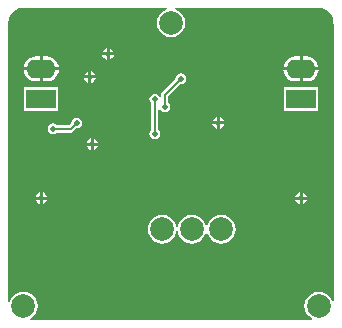
<source format=gbl>
G04*
G04 #@! TF.GenerationSoftware,Altium Limited,Altium Designer,19.0.15 (446)*
G04*
G04 Layer_Physical_Order=2*
G04 Layer_Color=16711680*
%FSLAX25Y25*%
%MOIN*%
G70*
G01*
G75*
%ADD25C,0.00787*%
%ADD26C,0.07874*%
%ADD27O,0.09843X0.06299*%
%ADD28R,0.09843X0.06299*%
%ADD29C,0.01968*%
G36*
X104711Y105244D02*
X104724Y105239D01*
X105224Y105288D01*
X105958Y105191D01*
X107173Y104688D01*
X108217Y103887D01*
X109018Y102843D01*
X109522Y101627D01*
X109618Y100894D01*
X109569Y100394D01*
X109574Y100381D01*
X109677Y99882D01*
Y7608D01*
X109177Y7508D01*
X108854Y8288D01*
X108096Y9275D01*
X107109Y10032D01*
X105960Y10508D01*
X104727Y10671D01*
X103494Y10508D01*
X102344Y10032D01*
X101357Y9275D01*
X100600Y8288D01*
X100124Y7139D01*
X99962Y5906D01*
X100124Y4672D01*
X100600Y3523D01*
X101357Y2536D01*
X102344Y1779D01*
X102524Y1704D01*
X102425Y1204D01*
X8602D01*
X8503Y1704D01*
X8683Y1779D01*
X9670Y2536D01*
X10427Y3523D01*
X10903Y4672D01*
X11065Y5906D01*
X10903Y7139D01*
X10427Y8288D01*
X9670Y9275D01*
X8683Y10032D01*
X7534Y10508D01*
X6300Y10671D01*
X5067Y10508D01*
X3918Y10032D01*
X2931Y9275D01*
X2173Y8288D01*
X1697Y7139D01*
X1204Y7209D01*
Y100250D01*
X1190Y100323D01*
X1204Y100397D01*
X1200Y100418D01*
X1359Y101627D01*
X1863Y102843D01*
X2664Y103887D01*
X3708Y104688D01*
X4923Y105191D01*
X5799Y105307D01*
X6088Y105268D01*
X6157Y105239D01*
X6157Y105239D01*
X6299Y105239D01*
X6299Y105239D01*
X6450Y105302D01*
X6668Y105347D01*
X54206D01*
X54278Y104855D01*
X53129Y104379D01*
X52142Y103621D01*
X51385Y102635D01*
X50908Y101485D01*
X50746Y100252D01*
X50908Y99019D01*
X51385Y97869D01*
X52142Y96882D01*
X53129Y96125D01*
X54278Y95649D01*
X55511Y95487D01*
X56745Y95649D01*
X57894Y96125D01*
X58881Y96882D01*
X59638Y97869D01*
X60114Y99019D01*
X60277Y100252D01*
X60114Y101485D01*
X59638Y102635D01*
X58881Y103621D01*
X57894Y104379D01*
X56745Y104855D01*
X56817Y105347D01*
X104253D01*
X104711Y105244D01*
D02*
G37*
%LPC*%
G36*
X34996Y91892D02*
Y90469D01*
X36419D01*
X36365Y90743D01*
X35926Y91399D01*
X35270Y91838D01*
X34996Y91892D01*
D02*
G37*
G36*
X33996D02*
X33721Y91838D01*
X33065Y91399D01*
X32627Y90743D01*
X32572Y90469D01*
X33996D01*
Y91892D01*
D02*
G37*
G36*
X36419Y89468D02*
X34996D01*
Y88045D01*
X35270Y88099D01*
X35926Y88538D01*
X36365Y89194D01*
X36419Y89468D01*
D02*
G37*
G36*
X33996D02*
X32572D01*
X32627Y89194D01*
X33065Y88538D01*
X33721Y88099D01*
X33996Y88045D01*
Y89468D01*
D02*
G37*
G36*
X13976Y89154D02*
X12704D01*
Y85469D01*
X18095D01*
X18019Y86052D01*
X17601Y87061D01*
X16935Y87928D01*
X16069Y88593D01*
X15059Y89011D01*
X13976Y89154D01*
D02*
G37*
G36*
X11704D02*
X10433D01*
X9349Y89011D01*
X8340Y88593D01*
X7473Y87928D01*
X6808Y87061D01*
X6390Y86052D01*
X6313Y85469D01*
X11704D01*
Y89154D01*
D02*
G37*
G36*
X100590D02*
X99318D01*
Y85469D01*
X104710D01*
X104633Y86052D01*
X104215Y87061D01*
X103550Y87928D01*
X102683Y88593D01*
X101673Y89011D01*
X100590Y89154D01*
D02*
G37*
G36*
X98318D02*
X97047D01*
X95964Y89011D01*
X94954Y88593D01*
X94087Y87928D01*
X93422Y87061D01*
X93004Y86052D01*
X92927Y85469D01*
X98318D01*
Y89154D01*
D02*
G37*
G36*
X28925Y84207D02*
Y82784D01*
X30348D01*
X30294Y83058D01*
X29855Y83714D01*
X29199Y84153D01*
X28925Y84207D01*
D02*
G37*
G36*
X27925D02*
X27650Y84153D01*
X26994Y83714D01*
X26556Y83058D01*
X26501Y82784D01*
X27925D01*
Y84207D01*
D02*
G37*
G36*
X104710Y84469D02*
X99318D01*
Y80783D01*
X100590D01*
X101673Y80926D01*
X102683Y81344D01*
X103550Y82009D01*
X104215Y82876D01*
X104633Y83885D01*
X104710Y84469D01*
D02*
G37*
G36*
X98318D02*
X92927D01*
X93004Y83885D01*
X93422Y82876D01*
X94087Y82009D01*
X94954Y81344D01*
X95964Y80926D01*
X97047Y80783D01*
X98318D01*
Y84469D01*
D02*
G37*
G36*
X18095Y84469D02*
X12704D01*
Y80783D01*
X13976D01*
X15059Y80926D01*
X16069Y81344D01*
X16935Y82009D01*
X17601Y82876D01*
X18019Y83885D01*
X18095Y84469D01*
D02*
G37*
G36*
X11704D02*
X6313D01*
X6390Y83885D01*
X6808Y82876D01*
X7473Y82009D01*
X8340Y81344D01*
X9349Y80926D01*
X10433Y80783D01*
X11704D01*
Y84469D01*
D02*
G37*
G36*
X30348Y81783D02*
X28925D01*
Y80360D01*
X29199Y80414D01*
X29855Y80853D01*
X30294Y81509D01*
X30348Y81783D01*
D02*
G37*
G36*
X27925D02*
X26501D01*
X26556Y81509D01*
X26994Y80853D01*
X27650Y80414D01*
X27925Y80360D01*
Y81783D01*
D02*
G37*
G36*
X58728Y83543D02*
X58037Y83405D01*
X57451Y83013D01*
X57059Y82428D01*
X56921Y81736D01*
X56939Y81650D01*
X52542Y77253D01*
X52281Y76862D01*
X52189Y76402D01*
X52189Y76402D01*
Y75760D01*
X51689Y75617D01*
X51379Y76080D01*
X50793Y76472D01*
X50102Y76609D01*
X49411Y76472D01*
X48825Y76080D01*
X48433Y75494D01*
X48296Y74803D01*
X48433Y74112D01*
X48825Y73526D01*
X48898Y73477D01*
Y64578D01*
X48825Y64529D01*
X48433Y63943D01*
X48296Y63252D01*
X48433Y62561D01*
X48825Y61975D01*
X49411Y61583D01*
X50102Y61446D01*
X50793Y61583D01*
X51379Y61975D01*
X51771Y62561D01*
X51908Y63252D01*
X51771Y63943D01*
X51379Y64529D01*
X51306Y64578D01*
Y71295D01*
X51806Y71438D01*
X52116Y70975D01*
X52702Y70583D01*
X53393Y70446D01*
X54084Y70583D01*
X54671Y70975D01*
X55062Y71561D01*
X55200Y72252D01*
X55062Y72943D01*
X54671Y73529D01*
X54598Y73578D01*
Y75903D01*
X58642Y79947D01*
X58728Y79930D01*
X59419Y80067D01*
X60005Y80459D01*
X60397Y81045D01*
X60534Y81736D01*
X60397Y82428D01*
X60005Y83013D01*
X59419Y83405D01*
X58728Y83543D01*
D02*
G37*
G36*
X104527Y78905D02*
X93110D01*
Y71031D01*
X104527D01*
Y78905D01*
D02*
G37*
G36*
X17913D02*
X6496D01*
Y71031D01*
X17913D01*
Y78905D01*
D02*
G37*
G36*
X71712Y68892D02*
Y67469D01*
X73136D01*
X73081Y67743D01*
X72643Y68399D01*
X71986Y68838D01*
X71712Y68892D01*
D02*
G37*
G36*
X70712D02*
X70438Y68838D01*
X69782Y68399D01*
X69343Y67743D01*
X69288Y67469D01*
X70712D01*
Y68892D01*
D02*
G37*
G36*
X24015Y68735D02*
X23324Y68598D01*
X22738Y68206D01*
X22346Y67620D01*
X22209Y66929D01*
X22226Y66843D01*
X21556Y66173D01*
X17467D01*
X17418Y66246D01*
X16833Y66637D01*
X16141Y66775D01*
X15450Y66637D01*
X14864Y66246D01*
X14472Y65660D01*
X14335Y64969D01*
X14472Y64277D01*
X14864Y63691D01*
X15450Y63300D01*
X16141Y63162D01*
X16833Y63300D01*
X17418Y63691D01*
X17467Y63764D01*
X22055D01*
X22055Y63764D01*
X22515Y63856D01*
X22906Y64117D01*
X23929Y65140D01*
X24015Y65123D01*
X24706Y65260D01*
X25293Y65652D01*
X25684Y66238D01*
X25822Y66929D01*
X25684Y67620D01*
X25293Y68206D01*
X24706Y68598D01*
X24015Y68735D01*
D02*
G37*
G36*
X73136Y66469D02*
X71712D01*
Y65045D01*
X71986Y65099D01*
X72643Y65538D01*
X73081Y66194D01*
X73136Y66469D01*
D02*
G37*
G36*
X70712D02*
X69288D01*
X69343Y66194D01*
X69782Y65538D01*
X70438Y65099D01*
X70712Y65045D01*
Y66469D01*
D02*
G37*
G36*
X29681Y61821D02*
Y60398D01*
X31104D01*
X31050Y60672D01*
X30611Y61328D01*
X29955Y61767D01*
X29681Y61821D01*
D02*
G37*
G36*
X28681D02*
X28406Y61767D01*
X27750Y61328D01*
X27312Y60672D01*
X27257Y60398D01*
X28681D01*
Y61821D01*
D02*
G37*
G36*
X31104Y59398D02*
X29681D01*
Y57974D01*
X29955Y58029D01*
X30611Y58467D01*
X31050Y59123D01*
X31104Y59398D01*
D02*
G37*
G36*
X28681D02*
X27257D01*
X27312Y59123D01*
X27750Y58467D01*
X28406Y58029D01*
X28681Y57974D01*
Y59398D01*
D02*
G37*
G36*
X99318Y43821D02*
Y42398D01*
X100742D01*
X100688Y42672D01*
X100249Y43328D01*
X99593Y43767D01*
X99318Y43821D01*
D02*
G37*
G36*
X98318D02*
X98044Y43767D01*
X97388Y43328D01*
X96949Y42672D01*
X96895Y42398D01*
X98318D01*
Y43821D01*
D02*
G37*
G36*
X12704D02*
Y42398D01*
X14128D01*
X14073Y42672D01*
X13635Y43328D01*
X12979Y43767D01*
X12704Y43821D01*
D02*
G37*
G36*
X11704D02*
X11430Y43767D01*
X10774Y43328D01*
X10335Y42672D01*
X10281Y42398D01*
X11704D01*
Y43821D01*
D02*
G37*
G36*
X100742Y41398D02*
X99318D01*
Y39974D01*
X99593Y40029D01*
X100249Y40467D01*
X100688Y41123D01*
X100742Y41398D01*
D02*
G37*
G36*
X98318D02*
X96895D01*
X96949Y41123D01*
X97388Y40467D01*
X98044Y40029D01*
X98318Y39974D01*
Y41398D01*
D02*
G37*
G36*
X14128D02*
X12704D01*
Y39974D01*
X12979Y40029D01*
X13635Y40467D01*
X14073Y41123D01*
X14128Y41398D01*
D02*
G37*
G36*
X11704D02*
X10281D01*
X10335Y41123D01*
X10774Y40467D01*
X11430Y40029D01*
X11704Y39974D01*
Y41398D01*
D02*
G37*
G36*
X72236Y36261D02*
X71002Y36099D01*
X69853Y35623D01*
X68866Y34866D01*
X68109Y33879D01*
X67633Y32729D01*
X67567Y32226D01*
X67062D01*
X66996Y32729D01*
X66520Y33879D01*
X65763Y34866D01*
X64776Y35623D01*
X63626Y36099D01*
X62393Y36261D01*
X61160Y36099D01*
X60011Y35623D01*
X59024Y34866D01*
X58267Y33879D01*
X57790Y32729D01*
X57724Y32226D01*
X57220D01*
X57153Y32729D01*
X56678Y33879D01*
X55920Y34866D01*
X54933Y35623D01*
X53784Y36099D01*
X52551Y36261D01*
X51317Y36099D01*
X50168Y35623D01*
X49181Y34866D01*
X48424Y33879D01*
X47948Y32729D01*
X47785Y31496D01*
X47948Y30263D01*
X48424Y29114D01*
X49181Y28127D01*
X50168Y27369D01*
X51317Y26893D01*
X52551Y26731D01*
X53784Y26893D01*
X54933Y27369D01*
X55920Y28127D01*
X56678Y29114D01*
X57153Y30263D01*
X57220Y30766D01*
X57724D01*
X57790Y30263D01*
X58267Y29114D01*
X59024Y28127D01*
X60011Y27369D01*
X61160Y26893D01*
X62393Y26731D01*
X63626Y26893D01*
X64776Y27369D01*
X65763Y28127D01*
X66520Y29114D01*
X66996Y30263D01*
X67062Y30766D01*
X67567D01*
X67633Y30263D01*
X68109Y29114D01*
X68866Y28127D01*
X69853Y27369D01*
X71002Y26893D01*
X72236Y26731D01*
X73469Y26893D01*
X74618Y27369D01*
X75605Y28127D01*
X76363Y29114D01*
X76839Y30263D01*
X77001Y31496D01*
X76839Y32729D01*
X76363Y33879D01*
X75605Y34866D01*
X74618Y35623D01*
X73469Y36099D01*
X72236Y36261D01*
D02*
G37*
%LPD*%
D25*
X16141Y64969D02*
X22055D01*
X24015Y66929D01*
X53393Y76402D02*
X58728Y81736D01*
X53393Y72252D02*
Y76402D01*
X50102Y63252D02*
Y74803D01*
D26*
X72236Y31496D02*
D03*
X62393D02*
D03*
X52551D02*
D03*
X55511Y100252D02*
D03*
X104727Y5906D02*
D03*
X6300D02*
D03*
D27*
X98818Y84969D02*
D03*
X12204D02*
D03*
D28*
X98818Y74968D02*
D03*
X12204D02*
D03*
D29*
X53393Y72252D02*
D03*
X50102Y74803D02*
D03*
X71212Y66969D02*
D03*
X58728Y81736D02*
D03*
X28425Y82284D02*
D03*
X12204Y41898D02*
D03*
X24015Y66929D02*
D03*
X16141Y64969D02*
D03*
X98818Y41898D02*
D03*
X29181Y59898D02*
D03*
X34496Y89969D02*
D03*
X50102Y63252D02*
D03*
M02*

</source>
